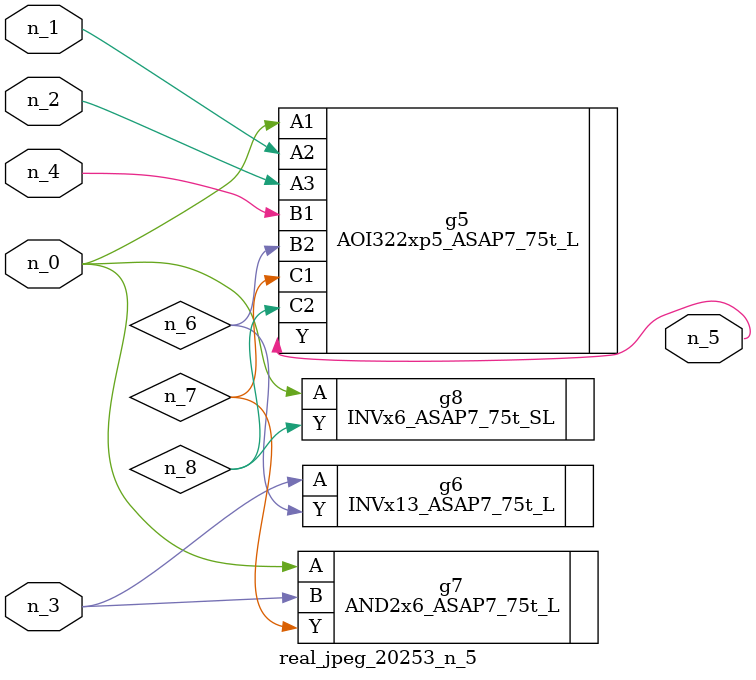
<source format=v>
module real_jpeg_20253_n_5 (n_4, n_0, n_1, n_2, n_3, n_5);

input n_4;
input n_0;
input n_1;
input n_2;
input n_3;

output n_5;

wire n_8;
wire n_6;
wire n_7;

AOI322xp5_ASAP7_75t_L g5 ( 
.A1(n_0),
.A2(n_1),
.A3(n_2),
.B1(n_4),
.B2(n_6),
.C1(n_7),
.C2(n_8),
.Y(n_5)
);

AND2x6_ASAP7_75t_L g7 ( 
.A(n_0),
.B(n_3),
.Y(n_7)
);

INVx6_ASAP7_75t_SL g8 ( 
.A(n_0),
.Y(n_8)
);

INVx13_ASAP7_75t_L g6 ( 
.A(n_3),
.Y(n_6)
);


endmodule
</source>
